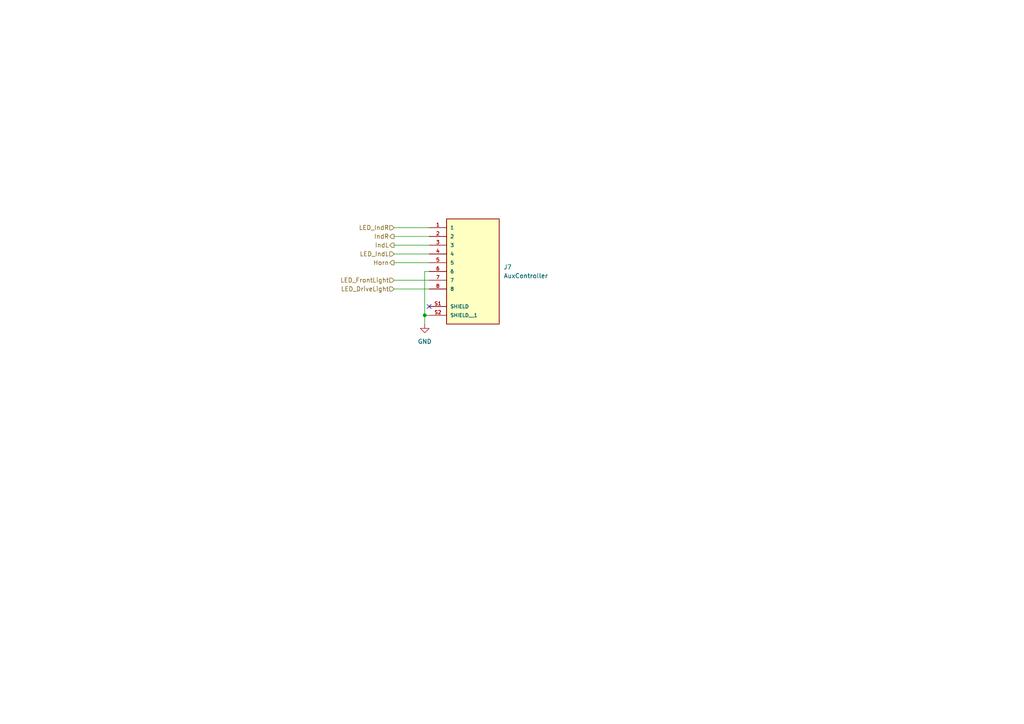
<source format=kicad_sch>
(kicad_sch
	(version 20250114)
	(generator "eeschema")
	(generator_version "9.0")
	(uuid "657228a7-b678-46e4-90ba-a7e1e14d29c2")
	(paper "A4")
	(title_block
		(title "Connector to Steeringwheel")
		(date "2025-11-06")
		(rev "0")
		(company "Solar Energy Racers")
	)
	(lib_symbols
		(symbol "Imported_Symbols:CRJ027-1-TH"
			(pin_names
				(offset 1.016)
			)
			(exclude_from_sim no)
			(in_bom yes)
			(on_board yes)
			(property "Reference" "J"
				(at -7.62 13.97 0)
				(effects
					(font
						(size 1.27 1.27)
					)
					(justify left bottom)
				)
			)
			(property "Value" "CRJ027-1-TH"
				(at -7.62 -19.05 0)
				(effects
					(font
						(size 1.27 1.27)
					)
					(justify left top)
				)
			)
			(property "Footprint" "Imported_Footprints:CUI_CRJ027-1-TH"
				(at 0 0 0)
				(effects
					(font
						(size 1.27 1.27)
					)
					(justify bottom)
					(hide yes)
				)
			)
			(property "Datasheet" ""
				(at 0 0 0)
				(effects
					(font
						(size 1.27 1.27)
					)
					(hide yes)
				)
			)
			(property "Description" ""
				(at 0 0 0)
				(effects
					(font
						(size 1.27 1.27)
					)
					(hide yes)
				)
			)
			(property "PARTREV" "1.0"
				(at 0 0 0)
				(effects
					(font
						(size 1.27 1.27)
					)
					(justify bottom)
					(hide yes)
				)
			)
			(property "STANDARD" "Manufacturer Recommendations"
				(at 0 0 0)
				(effects
					(font
						(size 1.27 1.27)
					)
					(justify bottom)
					(hide yes)
				)
			)
			(property "MAXIMUM_PACKAGE_HEIGHT" "16.55mm"
				(at 0 0 0)
				(effects
					(font
						(size 1.27 1.27)
					)
					(justify bottom)
					(hide yes)
				)
			)
			(property "MANUFACTURER" "CUI Devices"
				(at 0 0 0)
				(effects
					(font
						(size 1.27 1.27)
					)
					(justify bottom)
					(hide yes)
				)
			)
			(symbol "CRJ027-1-TH_0_0"
				(rectangle
					(start -7.62 12.7)
					(end 7.62 -17.78)
					(stroke
						(width 0.254)
						(type default)
					)
					(fill
						(type background)
					)
				)
				(pin passive line
					(at -12.7 10.16 0)
					(length 5.08)
					(name "1"
						(effects
							(font
								(size 1.016 1.016)
							)
						)
					)
					(number "1"
						(effects
							(font
								(size 1.016 1.016)
							)
						)
					)
				)
				(pin passive line
					(at -12.7 7.62 0)
					(length 5.08)
					(name "2"
						(effects
							(font
								(size 1.016 1.016)
							)
						)
					)
					(number "2"
						(effects
							(font
								(size 1.016 1.016)
							)
						)
					)
				)
				(pin passive line
					(at -12.7 5.08 0)
					(length 5.08)
					(name "3"
						(effects
							(font
								(size 1.016 1.016)
							)
						)
					)
					(number "3"
						(effects
							(font
								(size 1.016 1.016)
							)
						)
					)
				)
				(pin passive line
					(at -12.7 2.54 0)
					(length 5.08)
					(name "4"
						(effects
							(font
								(size 1.016 1.016)
							)
						)
					)
					(number "4"
						(effects
							(font
								(size 1.016 1.016)
							)
						)
					)
				)
				(pin passive line
					(at -12.7 0 0)
					(length 5.08)
					(name "5"
						(effects
							(font
								(size 1.016 1.016)
							)
						)
					)
					(number "5"
						(effects
							(font
								(size 1.016 1.016)
							)
						)
					)
				)
				(pin passive line
					(at -12.7 -2.54 0)
					(length 5.08)
					(name "6"
						(effects
							(font
								(size 1.016 1.016)
							)
						)
					)
					(number "6"
						(effects
							(font
								(size 1.016 1.016)
							)
						)
					)
				)
				(pin passive line
					(at -12.7 -5.08 0)
					(length 5.08)
					(name "7"
						(effects
							(font
								(size 1.016 1.016)
							)
						)
					)
					(number "7"
						(effects
							(font
								(size 1.016 1.016)
							)
						)
					)
				)
				(pin passive line
					(at -12.7 -7.62 0)
					(length 5.08)
					(name "8"
						(effects
							(font
								(size 1.016 1.016)
							)
						)
					)
					(number "8"
						(effects
							(font
								(size 1.016 1.016)
							)
						)
					)
				)
				(pin passive line
					(at -12.7 -12.7 0)
					(length 5.08)
					(name "SHIELD"
						(effects
							(font
								(size 1.016 1.016)
							)
						)
					)
					(number "S1"
						(effects
							(font
								(size 1.016 1.016)
							)
						)
					)
				)
				(pin passive line
					(at -12.7 -15.24 0)
					(length 5.08)
					(name "SHIELD__1"
						(effects
							(font
								(size 1.016 1.016)
							)
						)
					)
					(number "S2"
						(effects
							(font
								(size 1.016 1.016)
							)
						)
					)
				)
			)
			(embedded_fonts no)
		)
		(symbol "power:GND"
			(power)
			(pin_numbers
				(hide yes)
			)
			(pin_names
				(offset 0)
				(hide yes)
			)
			(exclude_from_sim no)
			(in_bom yes)
			(on_board yes)
			(property "Reference" "#PWR"
				(at 0 -6.35 0)
				(effects
					(font
						(size 1.27 1.27)
					)
					(hide yes)
				)
			)
			(property "Value" "GND"
				(at 0 -3.81 0)
				(effects
					(font
						(size 1.27 1.27)
					)
				)
			)
			(property "Footprint" ""
				(at 0 0 0)
				(effects
					(font
						(size 1.27 1.27)
					)
					(hide yes)
				)
			)
			(property "Datasheet" ""
				(at 0 0 0)
				(effects
					(font
						(size 1.27 1.27)
					)
					(hide yes)
				)
			)
			(property "Description" "Power symbol creates a global label with name \"GND\" , ground"
				(at 0 0 0)
				(effects
					(font
						(size 1.27 1.27)
					)
					(hide yes)
				)
			)
			(property "ki_keywords" "global power"
				(at 0 0 0)
				(effects
					(font
						(size 1.27 1.27)
					)
					(hide yes)
				)
			)
			(symbol "GND_0_1"
				(polyline
					(pts
						(xy 0 0) (xy 0 -1.27) (xy 1.27 -1.27) (xy 0 -2.54) (xy -1.27 -1.27) (xy 0 -1.27)
					)
					(stroke
						(width 0)
						(type default)
					)
					(fill
						(type none)
					)
				)
			)
			(symbol "GND_1_1"
				(pin power_in line
					(at 0 0 270)
					(length 0)
					(name "~"
						(effects
							(font
								(size 1.27 1.27)
							)
						)
					)
					(number "1"
						(effects
							(font
								(size 1.27 1.27)
							)
						)
					)
				)
			)
			(embedded_fonts no)
		)
	)
	(junction
		(at 123.19 91.44)
		(diameter 0)
		(color 0 0 0 0)
		(uuid "9884c2f5-004a-4d1b-a1f6-b8947a02d5e3")
	)
	(no_connect
		(at 124.46 88.9)
		(uuid "4add95cb-30e1-4a76-a152-fcff901b6052")
	)
	(wire
		(pts
			(xy 123.19 91.44) (xy 123.19 93.98)
		)
		(stroke
			(width 0)
			(type default)
		)
		(uuid "172b4c34-39ba-44c2-ae05-95df5e85ac19")
	)
	(wire
		(pts
			(xy 114.3 71.12) (xy 124.46 71.12)
		)
		(stroke
			(width 0)
			(type default)
		)
		(uuid "2d45e30b-88d5-4a89-9034-907cb9f3a58a")
	)
	(wire
		(pts
			(xy 123.19 78.74) (xy 124.46 78.74)
		)
		(stroke
			(width 0)
			(type default)
		)
		(uuid "4c3d2b5d-ec1c-4359-a10a-7098c50c4944")
	)
	(wire
		(pts
			(xy 114.3 66.04) (xy 124.46 66.04)
		)
		(stroke
			(width 0)
			(type default)
		)
		(uuid "69616577-7d24-4e12-865c-e5b3e128c08a")
	)
	(wire
		(pts
			(xy 114.3 83.82) (xy 124.46 83.82)
		)
		(stroke
			(width 0)
			(type default)
		)
		(uuid "79e8cb62-e211-43aa-8e5a-b0bb48b509d6")
	)
	(wire
		(pts
			(xy 114.3 68.58) (xy 124.46 68.58)
		)
		(stroke
			(width 0)
			(type default)
		)
		(uuid "8a3a9904-8400-49e1-81c2-b28e3d4b0d57")
	)
	(wire
		(pts
			(xy 114.3 81.28) (xy 124.46 81.28)
		)
		(stroke
			(width 0)
			(type default)
		)
		(uuid "9cf02546-9bfc-4539-a1c3-11ec3a219de1")
	)
	(wire
		(pts
			(xy 123.19 78.74) (xy 123.19 91.44)
		)
		(stroke
			(width 0)
			(type default)
		)
		(uuid "a52e28ca-ae91-4b45-bddd-de010c5db44b")
	)
	(wire
		(pts
			(xy 114.3 73.66) (xy 124.46 73.66)
		)
		(stroke
			(width 0)
			(type default)
		)
		(uuid "a5c14eb6-1214-4f59-9cf3-fcae30d5cde2")
	)
	(wire
		(pts
			(xy 123.19 91.44) (xy 124.46 91.44)
		)
		(stroke
			(width 0)
			(type default)
		)
		(uuid "feb150ed-851f-485a-8af1-290c382c7d71")
	)
	(wire
		(pts
			(xy 114.3 76.2) (xy 124.46 76.2)
		)
		(stroke
			(width 0)
			(type default)
		)
		(uuid "fee0d55f-b3a5-4d18-83bf-6349ad037d09")
	)
	(hierarchical_label "LED_IndR"
		(shape input)
		(at 114.3 66.04 180)
		(effects
			(font
				(size 1.27 1.27)
			)
			(justify right)
		)
		(uuid "1dd66399-1f2a-41be-b132-4e8b51a3b073")
	)
	(hierarchical_label "IndR"
		(shape output)
		(at 114.3 68.58 180)
		(effects
			(font
				(size 1.27 1.27)
			)
			(justify right)
		)
		(uuid "28fdd370-462a-4374-8fa1-05518742f0fd")
	)
	(hierarchical_label "Horn"
		(shape output)
		(at 114.3 76.2 180)
		(effects
			(font
				(size 1.27 1.27)
			)
			(justify right)
		)
		(uuid "3a59f9eb-1df3-441c-9a7e-e4d14f185e8e")
	)
	(hierarchical_label "LED_IndL"
		(shape input)
		(at 114.3 73.66 180)
		(effects
			(font
				(size 1.27 1.27)
			)
			(justify right)
		)
		(uuid "3b8dc1a1-b202-4c43-a359-91322192ee27")
	)
	(hierarchical_label "LED_DriveLight"
		(shape input)
		(at 114.3 83.82 180)
		(effects
			(font
				(size 1.27 1.27)
			)
			(justify right)
		)
		(uuid "63576e04-2e10-4779-a1e2-6f9cfa8aed05")
	)
	(hierarchical_label "LED_FrontLight"
		(shape input)
		(at 114.3 81.28 180)
		(effects
			(font
				(size 1.27 1.27)
			)
			(justify right)
		)
		(uuid "b2aa9449-3d8c-4a21-b582-347819bc79cd")
	)
	(hierarchical_label "IndL"
		(shape output)
		(at 114.3 71.12 180)
		(effects
			(font
				(size 1.27 1.27)
			)
			(justify right)
		)
		(uuid "e925df55-3a05-45cc-9531-5cd2857600f0")
	)
	(symbol
		(lib_id "power:GND")
		(at 123.19 93.98 0)
		(unit 1)
		(exclude_from_sim no)
		(in_bom yes)
		(on_board yes)
		(dnp no)
		(fields_autoplaced yes)
		(uuid "55ea4617-8b19-4078-9501-29b9185f58f8")
		(property "Reference" "#PWR049"
			(at 123.19 100.33 0)
			(effects
				(font
					(size 1.27 1.27)
				)
				(hide yes)
			)
		)
		(property "Value" "GND"
			(at 123.19 99.06 0)
			(effects
				(font
					(size 1.27 1.27)
				)
			)
		)
		(property "Footprint" ""
			(at 123.19 93.98 0)
			(effects
				(font
					(size 1.27 1.27)
				)
				(hide yes)
			)
		)
		(property "Datasheet" ""
			(at 123.19 93.98 0)
			(effects
				(font
					(size 1.27 1.27)
				)
				(hide yes)
			)
		)
		(property "Description" "Power symbol creates a global label with name \"GND\" , ground"
			(at 123.19 93.98 0)
			(effects
				(font
					(size 1.27 1.27)
				)
				(hide yes)
			)
		)
		(pin "1"
			(uuid "df804ba0-89ba-40f0-a243-be5142c01623")
		)
		(instances
			(project "ChassisBoard"
				(path "/51b3c342-1c8f-498a-a363-405f5ee5d63b/5f84d98c-99d1-4d40-a485-76ad9e424801"
					(reference "#PWR049")
					(unit 1)
				)
			)
		)
	)
	(symbol
		(lib_id "Imported_Symbols:CRJ027-1-TH")
		(at 137.16 76.2 0)
		(unit 1)
		(exclude_from_sim no)
		(in_bom yes)
		(on_board yes)
		(dnp no)
		(fields_autoplaced yes)
		(uuid "a49ac9c5-6034-4466-9d6d-e13a6ad1c6c0")
		(property "Reference" "J7"
			(at 146.05 77.4699 0)
			(effects
				(font
					(size 1.27 1.27)
				)
				(justify left)
			)
		)
		(property "Value" "AuxController"
			(at 146.05 80.0099 0)
			(effects
				(font
					(size 1.27 1.27)
				)
				(justify left)
			)
		)
		(property "Footprint" "Imported_Footprints:CUI_CRJ027-1-TH"
			(at 137.16 76.2 0)
			(effects
				(font
					(size 1.27 1.27)
				)
				(justify bottom)
				(hide yes)
			)
		)
		(property "Datasheet" ""
			(at 137.16 76.2 0)
			(effects
				(font
					(size 1.27 1.27)
				)
				(hide yes)
			)
		)
		(property "Description" ""
			(at 137.16 76.2 0)
			(effects
				(font
					(size 1.27 1.27)
				)
				(hide yes)
			)
		)
		(property "PARTREV" "1.0"
			(at 137.16 76.2 0)
			(effects
				(font
					(size 1.27 1.27)
				)
				(justify bottom)
				(hide yes)
			)
		)
		(property "STANDARD" "Manufacturer Recommendations"
			(at 137.16 76.2 0)
			(effects
				(font
					(size 1.27 1.27)
				)
				(justify bottom)
				(hide yes)
			)
		)
		(property "MAXIMUM_PACKAGE_HEIGHT" "16.55mm"
			(at 137.16 76.2 0)
			(effects
				(font
					(size 1.27 1.27)
				)
				(justify bottom)
				(hide yes)
			)
		)
		(property "MANUFACTURER" "CUI Devices"
			(at 137.16 76.2 0)
			(effects
				(font
					(size 1.27 1.27)
				)
				(justify bottom)
				(hide yes)
			)
		)
		(pin "3"
			(uuid "d4489e0e-ba2f-48ef-931f-a2b1576a65cd")
		)
		(pin "7"
			(uuid "55445237-3d8e-4ad4-b20b-e03a81a82619")
		)
		(pin "S1"
			(uuid "f3537ef9-76e6-4dcc-8198-550f7abb5274")
		)
		(pin "S2"
			(uuid "0d1dc7aa-5444-43aa-9962-a68eba0197cb")
		)
		(pin "8"
			(uuid "0c348707-9c96-4d9c-b9e2-52720e688aae")
		)
		(pin "2"
			(uuid "f9e639cc-ecf7-4ae3-82d6-08bbf771a119")
		)
		(pin "4"
			(uuid "efe03cb1-71cc-47c7-b45a-158868782a7e")
		)
		(pin "1"
			(uuid "ef4f385f-f0cb-4bc7-a804-0e341bdeaa4d")
		)
		(pin "6"
			(uuid "9e27f28c-29b0-430e-92f6-38b625952573")
		)
		(pin "5"
			(uuid "3d020033-e8a7-4e3a-9b70-cc7a80621b39")
		)
		(instances
			(project "ChassisBoard"
				(path "/51b3c342-1c8f-498a-a363-405f5ee5d63b/5f84d98c-99d1-4d40-a485-76ad9e424801"
					(reference "J7")
					(unit 1)
				)
			)
		)
	)
)

</source>
